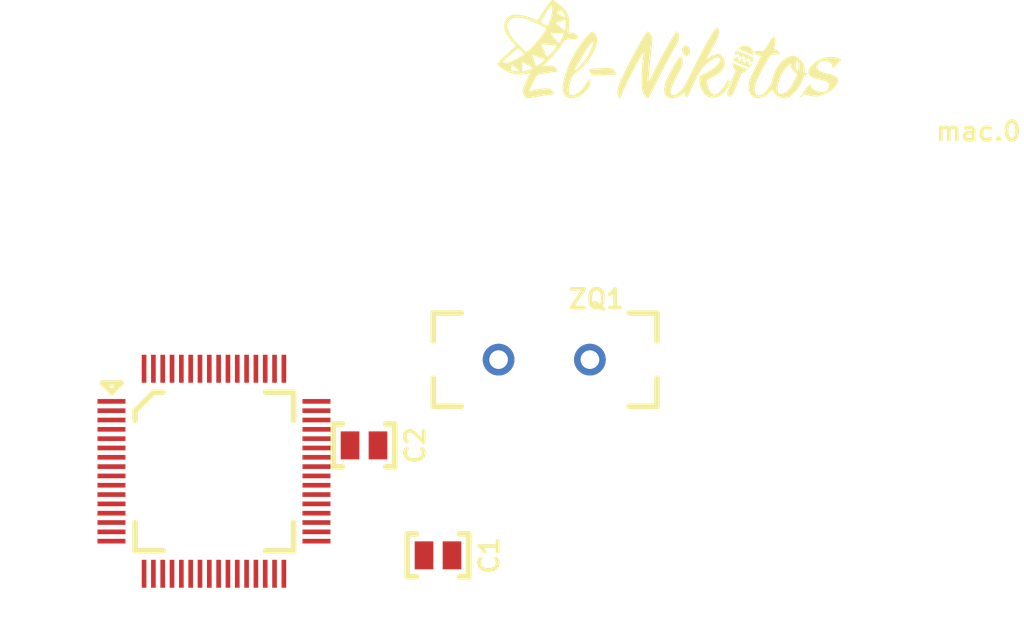
<source format=kicad_pcb>
(kicad_pcb (version 20171130) (host pcbnew "(5.0.0-3-g5ebb6b6)")

  (general
    (thickness 1.6)
    (drawings 1)
    (tracks 0)
    (zones 0)
    (modules 5)
    (nets 66)
  )

  (page A4)
  (layers
    (0 F.Cu signal)
    (31 B.Cu signal)
    (32 B.Adhes user)
    (33 F.Adhes user)
    (34 B.Paste user)
    (35 F.Paste user)
    (36 B.SilkS user)
    (37 F.SilkS user)
    (38 B.Mask user)
    (39 F.Mask user)
    (40 Dwgs.User user)
    (41 Cmts.User user)
    (42 Eco1.User user)
    (43 Eco2.User user)
    (44 Edge.Cuts user)
    (45 Margin user)
    (46 B.CrtYd user)
    (47 F.CrtYd user)
    (48 B.Fab user)
    (49 F.Fab user)
  )

  (setup
    (last_trace_width 0.25)
    (trace_clearance 0.2)
    (zone_clearance 0.508)
    (zone_45_only no)
    (trace_min 0.2)
    (segment_width 0.2)
    (edge_width 0.15)
    (via_size 0.8)
    (via_drill 0.4)
    (via_min_size 0.4)
    (via_min_drill 0.3)
    (uvia_size 0.3)
    (uvia_drill 0.1)
    (uvias_allowed no)
    (uvia_min_size 0.2)
    (uvia_min_drill 0.1)
    (pcb_text_width 0.3)
    (pcb_text_size 1.5 1.5)
    (mod_edge_width 0.15)
    (mod_text_size 1 1)
    (mod_text_width 0.15)
    (pad_size 1.524 1.524)
    (pad_drill 0.762)
    (pad_to_mask_clearance 0.2)
    (aux_axis_origin 0 0)
    (visible_elements FFFFFF7F)
    (pcbplotparams
      (layerselection 0x010fc_ffffffff)
      (usegerberextensions false)
      (usegerberattributes false)
      (usegerberadvancedattributes false)
      (creategerberjobfile false)
      (excludeedgelayer true)
      (linewidth 0.100000)
      (plotframeref false)
      (viasonmask false)
      (mode 1)
      (useauxorigin false)
      (hpglpennumber 1)
      (hpglpenspeed 20)
      (hpglpendiameter 15.000000)
      (psnegative false)
      (psa4output false)
      (plotreference true)
      (plotvalue true)
      (plotinvisibletext false)
      (padsonsilk false)
      (subtractmaskfromsilk false)
      (outputformat 1)
      (mirror false)
      (drillshape 1)
      (scaleselection 1)
      (outputdirectory ""))
  )

  (net 0 "")
  (net 1 "Net-(C1-Pad1)")
  (net 2 "Net-(C2-Pad1)")
  (net 3 "Net-(DD1-Pad1)")
  (net 4 "Net-(DD1-Pad48)")
  (net 5 "Net-(DD1-Pad2)")
  (net 6 "Net-(DD1-Pad47)")
  (net 7 "Net-(DD1-Pad3)")
  (net 8 "Net-(DD1-Pad46)")
  (net 9 "Net-(DD1-Pad4)")
  (net 10 "Net-(DD1-Pad45)")
  (net 11 "Net-(DD1-Pad5)")
  (net 12 "Net-(DD1-Pad44)")
  (net 13 "Net-(DD1-Pad6)")
  (net 14 "Net-(DD1-Pad43)")
  (net 15 "Net-(DD1-Pad7)")
  (net 16 "Net-(DD1-Pad42)")
  (net 17 "Net-(DD1-Pad8)")
  (net 18 "Net-(DD1-Pad41)")
  (net 19 "Net-(DD1-Pad9)")
  (net 20 "Net-(DD1-Pad40)")
  (net 21 "Net-(DD1-Pad10)")
  (net 22 "Net-(DD1-Pad39)")
  (net 23 "Net-(DD1-Pad11)")
  (net 24 "Net-(DD1-Pad38)")
  (net 25 "Net-(DD1-Pad12)")
  (net 26 "Net-(DD1-Pad37)")
  (net 27 "Net-(DD1-Pad13)")
  (net 28 "Net-(DD1-Pad36)")
  (net 29 "Net-(DD1-Pad14)")
  (net 30 "Net-(DD1-Pad35)")
  (net 31 "Net-(DD1-Pad15)")
  (net 32 "Net-(DD1-Pad34)")
  (net 33 "Net-(DD1-Pad16)")
  (net 34 "Net-(DD1-Pad33)")
  (net 35 "Net-(DD1-Pad17)")
  (net 36 "Net-(DD1-Pad18)")
  (net 37 "Net-(DD1-Pad21)")
  (net 38 "Net-(DD1-Pad22)")
  (net 39 "Net-(DD1-Pad23)")
  (net 40 "Net-(DD1-Pad24)")
  (net 41 "Net-(DD1-Pad25)")
  (net 42 "Net-(DD1-Pad26)")
  (net 43 "Net-(DD1-Pad27)")
  (net 44 "Net-(DD1-Pad28)")
  (net 45 "Net-(DD1-Pad29)")
  (net 46 "Net-(DD1-Pad30)")
  (net 47 "Net-(DD1-Pad31)")
  (net 48 "Net-(DD1-Pad32)")
  (net 49 "Net-(DD1-Pad64)")
  (net 50 "Net-(DD1-Pad63)")
  (net 51 "Net-(DD1-Pad62)")
  (net 52 "Net-(DD1-Pad61)")
  (net 53 "Net-(DD1-Pad60)")
  (net 54 "Net-(DD1-Pad59)")
  (net 55 "Net-(DD1-Pad58)")
  (net 56 "Net-(DD1-Pad57)")
  (net 57 "Net-(DD1-Pad56)")
  (net 58 "Net-(DD1-Pad55)")
  (net 59 "Net-(DD1-Pad54)")
  (net 60 "Net-(DD1-Pad53)")
  (net 61 "Net-(DD1-Pad52)")
  (net 62 "Net-(DD1-Pad51)")
  (net 63 "Net-(DD1-Pad50)")
  (net 64 "Net-(DD1-Pad49)")
  (net 65 /GND)

  (net_class Default "Это класс цепей по умолчанию."
    (clearance 0.2)
    (trace_width 0.25)
    (via_dia 0.8)
    (via_drill 0.4)
    (uvia_dia 0.3)
    (uvia_drill 0.1)
    (add_net /GND)
    (add_net "Net-(C1-Pad1)")
    (add_net "Net-(C2-Pad1)")
    (add_net "Net-(DD1-Pad1)")
    (add_net "Net-(DD1-Pad10)")
    (add_net "Net-(DD1-Pad11)")
    (add_net "Net-(DD1-Pad12)")
    (add_net "Net-(DD1-Pad13)")
    (add_net "Net-(DD1-Pad14)")
    (add_net "Net-(DD1-Pad15)")
    (add_net "Net-(DD1-Pad16)")
    (add_net "Net-(DD1-Pad17)")
    (add_net "Net-(DD1-Pad18)")
    (add_net "Net-(DD1-Pad2)")
    (add_net "Net-(DD1-Pad21)")
    (add_net "Net-(DD1-Pad22)")
    (add_net "Net-(DD1-Pad23)")
    (add_net "Net-(DD1-Pad24)")
    (add_net "Net-(DD1-Pad25)")
    (add_net "Net-(DD1-Pad26)")
    (add_net "Net-(DD1-Pad27)")
    (add_net "Net-(DD1-Pad28)")
    (add_net "Net-(DD1-Pad29)")
    (add_net "Net-(DD1-Pad3)")
    (add_net "Net-(DD1-Pad30)")
    (add_net "Net-(DD1-Pad31)")
    (add_net "Net-(DD1-Pad32)")
    (add_net "Net-(DD1-Pad33)")
    (add_net "Net-(DD1-Pad34)")
    (add_net "Net-(DD1-Pad35)")
    (add_net "Net-(DD1-Pad36)")
    (add_net "Net-(DD1-Pad37)")
    (add_net "Net-(DD1-Pad38)")
    (add_net "Net-(DD1-Pad39)")
    (add_net "Net-(DD1-Pad4)")
    (add_net "Net-(DD1-Pad40)")
    (add_net "Net-(DD1-Pad41)")
    (add_net "Net-(DD1-Pad42)")
    (add_net "Net-(DD1-Pad43)")
    (add_net "Net-(DD1-Pad44)")
    (add_net "Net-(DD1-Pad45)")
    (add_net "Net-(DD1-Pad46)")
    (add_net "Net-(DD1-Pad47)")
    (add_net "Net-(DD1-Pad48)")
    (add_net "Net-(DD1-Pad49)")
    (add_net "Net-(DD1-Pad5)")
    (add_net "Net-(DD1-Pad50)")
    (add_net "Net-(DD1-Pad51)")
    (add_net "Net-(DD1-Pad52)")
    (add_net "Net-(DD1-Pad53)")
    (add_net "Net-(DD1-Pad54)")
    (add_net "Net-(DD1-Pad55)")
    (add_net "Net-(DD1-Pad56)")
    (add_net "Net-(DD1-Pad57)")
    (add_net "Net-(DD1-Pad58)")
    (add_net "Net-(DD1-Pad59)")
    (add_net "Net-(DD1-Pad6)")
    (add_net "Net-(DD1-Pad60)")
    (add_net "Net-(DD1-Pad61)")
    (add_net "Net-(DD1-Pad62)")
    (add_net "Net-(DD1-Pad63)")
    (add_net "Net-(DD1-Pad64)")
    (add_net "Net-(DD1-Pad7)")
    (add_net "Net-(DD1-Pad8)")
    (add_net "Net-(DD1-Pad9)")
  )

  (module N_RLC:Конденсатор_SMD_0603 (layer F.Cu) (tedit 5C28FDED) (tstamp 5C2FF8B7)
    (at 127.75 77.75)
    (path /5C2FF876)
    (fp_text reference C1 (at 3.5 0 -90) (layer F.SilkS)
      (effects (font (size 1 1) (thickness 0.2)))
    )
    (fp_text value 12пФ (at 0.1524 2.5146) (layer F.Fab)
      (effects (font (size 1 1) (thickness 0.15)))
    )
    (fp_line (start 2.4 -0.7) (end 2.4 0.7) (layer F.SilkS) (width 0.3))
    (fp_line (start -0.9 -0.7) (end -0.9 0.7) (layer F.SilkS) (width 0.3))
    (fp_line (start -0.9 -1.15) (end -0.4 -1.15) (layer F.SilkS) (width 0.3))
    (fp_line (start -0.9 -1.15) (end -0.9 -0.65) (layer F.SilkS) (width 0.3))
    (fp_line (start -0.9 1.15) (end -0.4 1.15) (layer F.SilkS) (width 0.3))
    (fp_line (start -0.9 1.15) (end -0.9 0.65) (layer F.SilkS) (width 0.3))
    (fp_line (start 2.4 -1.15) (end 2.4 -0.65) (layer F.SilkS) (width 0.3))
    (fp_line (start 2.4 -1.15) (end 1.9 -1.15) (layer F.SilkS) (width 0.3))
    (fp_line (start 2.4 1.15) (end 1.9 1.15) (layer F.SilkS) (width 0.3))
    (fp_line (start 2.4 1.15) (end 2.4 0.75) (layer F.SilkS) (width 0.3))
    (pad 1 smd rect (at 0 0) (size 1 1.5) (layers F.Cu F.Paste F.Mask)
      (net 1 "Net-(C1-Pad1)") (clearance 0.2))
    (pad 2 smd rect (at 1.5 0) (size 1 1.5) (layers F.Cu F.Paste F.Mask)
      (net 65 /GND) (clearance 0.2))
    (model ${N_3D}/CAP_0603.stp
      (offset (xyz 0 -0.5 0))
      (scale (xyz 1 1 1))
      (rotate (xyz 0 90 90))
    )
  )

  (module N_RLC:Конденсатор_SMD_0603 (layer F.Cu) (tedit 5C28FDED) (tstamp 5C2FF8C7)
    (at 123.780001 71.850001)
    (path /5C2FF954)
    (fp_text reference C2 (at 3.5 0 -90) (layer F.SilkS)
      (effects (font (size 1 1) (thickness 0.2)))
    )
    (fp_text value 12пФ (at 0.1524 2.5146) (layer F.Fab)
      (effects (font (size 1 1) (thickness 0.15)))
    )
    (fp_line (start 2.4 1.15) (end 2.4 0.75) (layer F.SilkS) (width 0.3))
    (fp_line (start 2.4 1.15) (end 1.9 1.15) (layer F.SilkS) (width 0.3))
    (fp_line (start 2.4 -1.15) (end 1.9 -1.15) (layer F.SilkS) (width 0.3))
    (fp_line (start 2.4 -1.15) (end 2.4 -0.65) (layer F.SilkS) (width 0.3))
    (fp_line (start -0.9 1.15) (end -0.9 0.65) (layer F.SilkS) (width 0.3))
    (fp_line (start -0.9 1.15) (end -0.4 1.15) (layer F.SilkS) (width 0.3))
    (fp_line (start -0.9 -1.15) (end -0.9 -0.65) (layer F.SilkS) (width 0.3))
    (fp_line (start -0.9 -1.15) (end -0.4 -1.15) (layer F.SilkS) (width 0.3))
    (fp_line (start -0.9 -0.7) (end -0.9 0.7) (layer F.SilkS) (width 0.3))
    (fp_line (start 2.4 -0.7) (end 2.4 0.7) (layer F.SilkS) (width 0.3))
    (pad 2 smd rect (at 1.5 0) (size 1 1.5) (layers F.Cu F.Paste F.Mask)
      (net 65 /GND) (clearance 0.2))
    (pad 1 smd rect (at 0 0) (size 1 1.5) (layers F.Cu F.Paste F.Mask)
      (net 2 "Net-(C2-Pad1)") (clearance 0.2))
    (model ${N_3D}/CAP_0603.stp
      (offset (xyz 0 -0.5 0))
      (scale (xyz 1 1 1))
      (rotate (xyz 0 90 90))
    )
  )

  (module N_DD:Микросхема_1986ВЕ92QL (layer F.Cu) (tedit 5C07F6EA) (tstamp 5C2FF918)
    (at 105.25 65.5)
    (path /5C2FF570)
    (fp_text reference DD1 (at 26.65 4.75) (layer F.SilkS) hide
      (effects (font (size 1 1) (thickness 0.15)))
    )
    (fp_text value 1986ВЕ92QL (at 21.55 17.35) (layer F.SilkS) hide
      (effects (font (size 0.8 0.8) (thickness 0.15)))
    )
    (fp_line (start 5.75 3.5) (end 5.25 3) (layer F.SilkS) (width 0.3))
    (fp_line (start 5.25 3) (end 6 3) (layer F.SilkS) (width 0.3))
    (fp_line (start 6 3) (end 6.25 3) (layer F.SilkS) (width 0.3))
    (fp_line (start 6.25 3) (end 5.75 3.5) (layer F.SilkS) (width 0.3))
    (fp_line (start 7 4.5) (end 8 3.5) (layer F.SilkS) (width 0.3))
    (fp_line (start 8 3.5) (end 8.5 3.5) (layer F.SilkS) (width 0.3))
    (fp_line (start 7 4.5) (end 7 5) (layer F.SilkS) (width 0.3))
    (fp_line (start 15.5 3.5) (end 14 3.5) (layer F.SilkS) (width 0.3))
    (fp_line (start 15.5 3.5) (end 15.5 5) (layer F.SilkS) (width 0.3))
    (fp_line (start 15.5 12) (end 15.5 10.5) (layer F.SilkS) (width 0.3))
    (fp_line (start 15.5 12) (end 14 12) (layer F.SilkS) (width 0.3))
    (fp_line (start 7 12) (end 8.5 12) (layer F.SilkS) (width 0.3))
    (fp_line (start 7 12) (end 7 10.5) (layer F.SilkS) (width 0.3))
    (pad 1 smd rect (at 5.73 3.99) (size 1.5 0.25) (layers F.Cu F.Paste F.Mask)
      (net 3 "Net-(DD1-Pad1)"))
    (pad 48 smd rect (at 16.73 3.99) (size 1.5 0.25) (layers F.Cu F.Paste F.Mask)
      (net 4 "Net-(DD1-Pad48)"))
    (pad 2 smd rect (at 5.73 4.49) (size 1.5 0.25) (layers F.Cu F.Paste F.Mask)
      (net 5 "Net-(DD1-Pad2)"))
    (pad 47 smd rect (at 16.73 4.49) (size 1.5 0.25) (layers F.Cu F.Paste F.Mask)
      (net 6 "Net-(DD1-Pad47)"))
    (pad 3 smd rect (at 5.73 4.99) (size 1.5 0.25) (layers F.Cu F.Paste F.Mask)
      (net 7 "Net-(DD1-Pad3)"))
    (pad 46 smd rect (at 16.73 4.99) (size 1.5 0.25) (layers F.Cu F.Paste F.Mask)
      (net 8 "Net-(DD1-Pad46)"))
    (pad 4 smd rect (at 5.73 5.49) (size 1.5 0.25) (layers F.Cu F.Paste F.Mask)
      (net 9 "Net-(DD1-Pad4)"))
    (pad 45 smd rect (at 16.73 5.49) (size 1.5 0.25) (layers F.Cu F.Paste F.Mask)
      (net 10 "Net-(DD1-Pad45)"))
    (pad 5 smd rect (at 5.73 5.99) (size 1.5 0.25) (layers F.Cu F.Paste F.Mask)
      (net 11 "Net-(DD1-Pad5)"))
    (pad 44 smd rect (at 16.73 5.99) (size 1.5 0.25) (layers F.Cu F.Paste F.Mask)
      (net 12 "Net-(DD1-Pad44)"))
    (pad 6 smd rect (at 5.73 6.49) (size 1.5 0.25) (layers F.Cu F.Paste F.Mask)
      (net 13 "Net-(DD1-Pad6)"))
    (pad 43 smd rect (at 16.73 6.49) (size 1.5 0.25) (layers F.Cu F.Paste F.Mask)
      (net 14 "Net-(DD1-Pad43)"))
    (pad 7 smd rect (at 5.73 6.99) (size 1.5 0.25) (layers F.Cu F.Paste F.Mask)
      (net 15 "Net-(DD1-Pad7)"))
    (pad 42 smd rect (at 16.73 6.99) (size 1.5 0.25) (layers F.Cu F.Paste F.Mask)
      (net 16 "Net-(DD1-Pad42)"))
    (pad 8 smd rect (at 5.73 7.49) (size 1.5 0.25) (layers F.Cu F.Paste F.Mask)
      (net 17 "Net-(DD1-Pad8)"))
    (pad 41 smd rect (at 16.73 7.49) (size 1.5 0.25) (layers F.Cu F.Paste F.Mask)
      (net 18 "Net-(DD1-Pad41)"))
    (pad 9 smd rect (at 5.73 7.99) (size 1.5 0.25) (layers F.Cu F.Paste F.Mask)
      (net 19 "Net-(DD1-Pad9)"))
    (pad 40 smd rect (at 16.73 7.99) (size 1.5 0.25) (layers F.Cu F.Paste F.Mask)
      (net 20 "Net-(DD1-Pad40)"))
    (pad 10 smd rect (at 5.73 8.49) (size 1.5 0.25) (layers F.Cu F.Paste F.Mask)
      (net 21 "Net-(DD1-Pad10)"))
    (pad 39 smd rect (at 16.73 8.49) (size 1.5 0.25) (layers F.Cu F.Paste F.Mask)
      (net 22 "Net-(DD1-Pad39)"))
    (pad 11 smd rect (at 5.73 8.99) (size 1.5 0.25) (layers F.Cu F.Paste F.Mask)
      (net 23 "Net-(DD1-Pad11)"))
    (pad 38 smd rect (at 16.73 8.99) (size 1.5 0.25) (layers F.Cu F.Paste F.Mask)
      (net 24 "Net-(DD1-Pad38)"))
    (pad 12 smd rect (at 5.73 9.49) (size 1.5 0.25) (layers F.Cu F.Paste F.Mask)
      (net 25 "Net-(DD1-Pad12)"))
    (pad 37 smd rect (at 16.73 9.49) (size 1.5 0.25) (layers F.Cu F.Paste F.Mask)
      (net 26 "Net-(DD1-Pad37)"))
    (pad 13 smd rect (at 5.73 9.99) (size 1.5 0.25) (layers F.Cu F.Paste F.Mask)
      (net 27 "Net-(DD1-Pad13)"))
    (pad 36 smd rect (at 16.73 9.99) (size 1.5 0.25) (layers F.Cu F.Paste F.Mask)
      (net 28 "Net-(DD1-Pad36)"))
    (pad 14 smd rect (at 5.73 10.49) (size 1.5 0.25) (layers F.Cu F.Paste F.Mask)
      (net 29 "Net-(DD1-Pad14)"))
    (pad 35 smd rect (at 16.73 10.49) (size 1.5 0.25) (layers F.Cu F.Paste F.Mask)
      (net 30 "Net-(DD1-Pad35)"))
    (pad 15 smd rect (at 5.73 10.99) (size 1.5 0.25) (layers F.Cu F.Paste F.Mask)
      (net 31 "Net-(DD1-Pad15)"))
    (pad 34 smd rect (at 16.73 10.99) (size 1.5 0.25) (layers F.Cu F.Paste F.Mask)
      (net 32 "Net-(DD1-Pad34)"))
    (pad 16 smd rect (at 5.73 11.49) (size 1.5 0.25) (layers F.Cu F.Paste F.Mask)
      (net 33 "Net-(DD1-Pad16)"))
    (pad 33 smd rect (at 16.73 11.49) (size 1.5 0.25) (layers F.Cu F.Paste F.Mask)
      (net 34 "Net-(DD1-Pad33)"))
    (pad 17 smd rect (at 7.48 13.24) (size 0.25 1.5) (layers F.Cu F.Paste F.Mask)
      (net 35 "Net-(DD1-Pad17)"))
    (pad 18 smd rect (at 7.98 13.24) (size 0.25 1.5) (layers F.Cu F.Paste F.Mask)
      (net 36 "Net-(DD1-Pad18)"))
    (pad 19 smd rect (at 8.48 13.24) (size 0.25 1.5) (layers F.Cu F.Paste F.Mask)
      (net 1 "Net-(C1-Pad1)"))
    (pad 20 smd rect (at 8.98 13.24) (size 0.25 1.5) (layers F.Cu F.Paste F.Mask)
      (net 2 "Net-(C2-Pad1)"))
    (pad 21 smd rect (at 9.48 13.24) (size 0.25 1.5) (layers F.Cu F.Paste F.Mask)
      (net 37 "Net-(DD1-Pad21)"))
    (pad 22 smd rect (at 9.98 13.24) (size 0.25 1.5) (layers F.Cu F.Paste F.Mask)
      (net 38 "Net-(DD1-Pad22)"))
    (pad 23 smd rect (at 10.48 13.24) (size 0.25 1.5) (layers F.Cu F.Paste F.Mask)
      (net 39 "Net-(DD1-Pad23)"))
    (pad 24 smd rect (at 10.98 13.24) (size 0.25 1.5) (layers F.Cu F.Paste F.Mask)
      (net 40 "Net-(DD1-Pad24)"))
    (pad 25 smd rect (at 11.48 13.24) (size 0.25 1.5) (layers F.Cu F.Paste F.Mask)
      (net 41 "Net-(DD1-Pad25)"))
    (pad 26 smd rect (at 11.98 13.24) (size 0.25 1.5) (layers F.Cu F.Paste F.Mask)
      (net 42 "Net-(DD1-Pad26)"))
    (pad 27 smd rect (at 12.48 13.24) (size 0.25 1.5) (layers F.Cu F.Paste F.Mask)
      (net 43 "Net-(DD1-Pad27)"))
    (pad 28 smd rect (at 12.98 13.24) (size 0.25 1.5) (layers F.Cu F.Paste F.Mask)
      (net 44 "Net-(DD1-Pad28)"))
    (pad 29 smd rect (at 13.48 13.24) (size 0.25 1.5) (layers F.Cu F.Paste F.Mask)
      (net 45 "Net-(DD1-Pad29)"))
    (pad 30 smd rect (at 13.98 13.24) (size 0.25 1.5) (layers F.Cu F.Paste F.Mask)
      (net 46 "Net-(DD1-Pad30)"))
    (pad 31 smd rect (at 14.48 13.24) (size 0.25 1.5) (layers F.Cu F.Paste F.Mask)
      (net 47 "Net-(DD1-Pad31)"))
    (pad 32 smd rect (at 14.98 13.24) (size 0.25 1.5) (layers F.Cu F.Paste F.Mask)
      (net 48 "Net-(DD1-Pad32)"))
    (pad 64 smd rect (at 7.48 2.24) (size 0.25 1.5) (layers F.Cu F.Paste F.Mask)
      (net 49 "Net-(DD1-Pad64)"))
    (pad 63 smd rect (at 7.98 2.24) (size 0.25 1.5) (layers F.Cu F.Paste F.Mask)
      (net 50 "Net-(DD1-Pad63)"))
    (pad 62 smd rect (at 8.48 2.24) (size 0.25 1.5) (layers F.Cu F.Paste F.Mask)
      (net 51 "Net-(DD1-Pad62)"))
    (pad 61 smd rect (at 8.98 2.24) (size 0.25 1.5) (layers F.Cu F.Paste F.Mask)
      (net 52 "Net-(DD1-Pad61)"))
    (pad 60 smd rect (at 9.48 2.24) (size 0.25 1.5) (layers F.Cu F.Paste F.Mask)
      (net 53 "Net-(DD1-Pad60)"))
    (pad 59 smd rect (at 9.98 2.24) (size 0.25 1.5) (layers F.Cu F.Paste F.Mask)
      (net 54 "Net-(DD1-Pad59)"))
    (pad 58 smd rect (at 10.48 2.24) (size 0.25 1.5) (layers F.Cu F.Paste F.Mask)
      (net 55 "Net-(DD1-Pad58)"))
    (pad 57 smd rect (at 10.98 2.24) (size 0.25 1.5) (layers F.Cu F.Paste F.Mask)
      (net 56 "Net-(DD1-Pad57)"))
    (pad 56 smd rect (at 11.48 2.24) (size 0.25 1.5) (layers F.Cu F.Paste F.Mask)
      (net 57 "Net-(DD1-Pad56)"))
    (pad 55 smd rect (at 11.98 2.24) (size 0.25 1.5) (layers F.Cu F.Paste F.Mask)
      (net 58 "Net-(DD1-Pad55)"))
    (pad 54 smd rect (at 12.48 2.24) (size 0.25 1.5) (layers F.Cu F.Paste F.Mask)
      (net 59 "Net-(DD1-Pad54)"))
    (pad 53 smd rect (at 12.98 2.24) (size 0.25 1.5) (layers F.Cu F.Paste F.Mask)
      (net 60 "Net-(DD1-Pad53)"))
    (pad 52 smd rect (at 13.48 2.24) (size 0.25 1.5) (layers F.Cu F.Paste F.Mask)
      (net 61 "Net-(DD1-Pad52)"))
    (pad 51 smd rect (at 13.98 2.24) (size 0.25 1.5) (layers F.Cu F.Paste F.Mask)
      (net 62 "Net-(DD1-Pad51)"))
    (pad 50 smd rect (at 14.48 2.24) (size 0.25 1.5) (layers F.Cu F.Paste F.Mask)
      (net 63 "Net-(DD1-Pad50)"))
    (pad 49 smd rect (at 14.98 2.24) (size 0.25 1.5) (layers F.Cu F.Paste F.Mask)
      (net 64 "Net-(DD1-Pad49)"))
    (model ${N_3D}/LQFP-64-1.STEP
      (offset (xyz 11.25 -7.75 0))
      (scale (xyz 1 1 1))
      (rotate (xyz -90 0 -90))
    )
  )

  (module "N_RLC:Резонатор_РК456МДУ(DIP)" (layer F.Cu) (tedit 5C2FF96B) (tstamp 5C2FFBB4)
    (at 131.75 67.25)
    (path /5C2FF68C)
    (fp_text reference ZQ1 (at 5.25 -3.25 180) (layer F.SilkS)
      (effects (font (size 1 1) (thickness 0.2)))
    )
    (fp_text value 16М (at 2.7 3.5) (layer F.Fab)
      (effects (font (size 1 1) (thickness 0.15)))
    )
    (fp_line (start -3.5 -2.5) (end -2 -2.5) (layer F.SilkS) (width 0.3))
    (fp_line (start -3.5 -2.5) (end -3.5 -1) (layer F.SilkS) (width 0.3))
    (fp_line (start -3.5 2.5) (end -3.5 1) (layer F.SilkS) (width 0.3))
    (fp_line (start -3.5 2.5) (end -2 2.5) (layer F.SilkS) (width 0.3))
    (fp_line (start 8.5 2.5) (end 7 2.5) (layer F.SilkS) (width 0.3))
    (fp_line (start 8.5 -2.5) (end 7 -2.5) (layer F.SilkS) (width 0.3))
    (fp_line (start 8.5 -2.5) (end 8.5 -1) (layer F.SilkS) (width 0.3))
    (fp_line (start 8.5 2.5) (end 8.5 1) (layer F.SilkS) (width 0.3))
    (pad 2 thru_hole circle (at 4.9 0) (size 1.7 1.7) (drill 1) (layers *.Cu *.Mask)
      (net 2 "Net-(C2-Pad1)"))
    (pad 1 thru_hole circle (at 0 0) (size 1.7 1.7) (drill 1) (layers *.Cu *.Mask)
      (net 1 "Net-(C1-Pad1)"))
    (model ${N_3D}/Rezonator_RK456MDY.stp
      (offset (xyz -3.048 -2.413 0.254))
      (scale (xyz 1 1 1))
      (rotate (xyz 0 0 0))
    )
  )

  (module N_ICO:el-nikitos_19x7 (layer F.Cu) (tedit 0) (tstamp 5C300989)
    (at 141.25 51)
    (fp_text reference G*** (at 0 0) (layer F.SilkS) hide
      (effects (font (size 1.524 1.524) (thickness 0.3)))
    )
    (fp_text value LOGO (at 0.75 0) (layer F.SilkS) hide
      (effects (font (size 1.524 1.524) (thickness 0.3)))
    )
    (fp_poly (pts (xy 3.885038 -0.579959) (xy 4.000004 -0.512441) (xy 4.089015 -0.396052) (xy 4.108207 -0.357997)
      (xy 4.149711 -0.254597) (xy 4.172803 -0.167081) (xy 4.175441 -0.107117) (xy 4.155723 -0.086361)
      (xy 4.121235 -0.098748) (xy 4.051547 -0.129516) (xy 3.965223 -0.170336) (xy 3.851987 -0.222925)
      (xy 3.714886 -0.283149) (xy 3.582732 -0.338366) (xy 3.577137 -0.340621) (xy 3.479504 -0.383464)
      (xy 3.408419 -0.421567) (xy 3.37503 -0.44866) (xy 3.374441 -0.454605) (xy 3.422339 -0.496066)
      (xy 3.505826 -0.539231) (xy 3.604893 -0.576038) (xy 3.699536 -0.598426) (xy 3.739445 -0.601694)
      (xy 3.885038 -0.579959)) (layer F.SilkS) (width 0.01))
    (fp_poly (pts (xy 0.637563 -0.579472) (xy 0.71817 -0.497171) (xy 0.76584 -0.387877) (xy 0.778286 -0.268682)
      (xy 0.753221 -0.156678) (xy 0.703982 -0.083093) (xy 0.626187 -0.034966) (xy 0.543535 -0.042418)
      (xy 0.454527 -0.105602) (xy 0.45146 -0.108643) (xy 0.386005 -0.200052) (xy 0.354094 -0.300906)
      (xy 0.351937 -0.401614) (xy 0.375743 -0.492586) (xy 0.421721 -0.564231) (xy 0.486081 -0.60696)
      (xy 0.565032 -0.611183) (xy 0.637563 -0.579472)) (layer F.SilkS) (width 0.01))
    (fp_poly (pts (xy 3.298935 -0.328889) (xy 3.373367 -0.299838) (xy 3.481842 -0.255703) (xy 3.615454 -0.200093)
      (xy 3.732389 -0.150653) (xy 3.894489 -0.081129) (xy 4.011651 -0.028836) (xy 4.091113 0.010529)
      (xy 4.140112 0.041272) (xy 4.165886 0.067694) (xy 4.175673 0.0941) (xy 4.176889 0.11366)
      (xy 4.149437 0.201786) (xy 4.068964 0.277871) (xy 4.046358 0.291528) (xy 4.018919 0.278708)
      (xy 3.989513 0.216373) (xy 3.979182 0.182902) (xy 3.943759 0.056385) (xy 3.852382 0.112859)
      (xy 3.790204 0.149322) (xy 3.751327 0.168482) (xy 3.747636 0.169333) (xy 3.732169 0.145071)
      (xy 3.709189 0.084122) (xy 3.699906 0.054643) (xy 3.665544 -0.060046) (xy 3.564058 -0.000168)
      (xy 3.485393 0.03485) (xy 3.438343 0.024491) (xy 3.417542 -0.033978) (xy 3.415321 -0.075946)
      (xy 3.403136 -0.136448) (xy 3.364222 -0.153403) (xy 3.293307 -0.127996) (xy 3.261834 -0.110428)
      (xy 3.160889 -0.050869) (xy 3.160889 -0.111503) (xy 3.172105 -0.172267) (xy 3.199318 -0.244067)
      (xy 3.23288 -0.30628) (xy 3.26314 -0.338283) (xy 3.267447 -0.339243) (xy 3.298935 -0.328889)) (layer F.SilkS) (width 0.01))
    (fp_poly (pts (xy 3.326613 0.024603) (xy 3.343484 0.085193) (xy 3.346254 0.099089) (xy 3.369329 0.182024)
      (xy 3.403409 0.213035) (xy 3.457912 0.196619) (xy 3.49705 0.171118) (xy 3.554798 0.132466)
      (xy 3.590183 0.113333) (xy 3.592494 0.112889) (xy 3.606136 0.137449) (xy 3.621982 0.197842)
      (xy 3.624508 0.210676) (xy 3.646874 0.291716) (xy 3.6814 0.32284) (xy 3.739818 0.309026)
      (xy 3.791038 0.281345) (xy 3.889299 0.22337) (xy 3.908575 0.337462) (xy 3.928111 0.416987)
      (xy 3.958459 0.447233) (xy 4.011233 0.435358) (xy 4.042256 0.419866) (xy 4.101468 0.388177)
      (xy 4.047198 0.481101) (xy 4.00517 0.543231) (xy 3.970189 0.578827) (xy 3.964964 0.581204)
      (xy 3.928984 0.57364) (xy 3.853252 0.547599) (xy 3.749648 0.507415) (xy 3.654778 0.468041)
      (xy 3.460292 0.38474) (xy 3.311927 0.31995) (xy 3.203692 0.270492) (xy 3.129598 0.233187)
      (xy 3.083655 0.204854) (xy 3.059873 0.182315) (xy 3.052263 0.16239) (xy 3.05326 0.148754)
      (xy 3.067313 0.113392) (xy 3.076609 0.112496) (xy 3.106585 0.107575) (xy 3.165616 0.078932)
      (xy 3.192443 0.063107) (xy 3.259062 0.024132) (xy 3.303881 0.001947) (xy 3.311108 0)
      (xy 3.326613 0.024603)) (layer F.SilkS) (width 0.01))
    (fp_poly (pts (xy -3.543912 0.60555) (xy -3.481418 0.613211) (xy -3.432333 0.625862) (xy -3.431695 0.626077)
      (xy -3.311499 0.694526) (xy -3.229351 0.802146) (xy -3.202474 0.877807) (xy -3.185069 0.95128)
      (xy -3.546923 0.969631) (xy -3.709014 0.978134) (xy -3.874037 0.987271) (xy -4.021419 0.995876)
      (xy -4.120444 1.002101) (xy -4.275071 1.004685) (xy -4.394964 0.990759) (xy -4.429911 0.980832)
      (xy -4.509231 0.933277) (xy -4.583676 0.858451) (xy -4.637881 0.774927) (xy -4.656666 0.706753)
      (xy -4.65069 0.690182) (xy -4.628073 0.676703) (xy -4.581784 0.665279) (xy -4.504792 0.654871)
      (xy -4.390066 0.644439) (xy -4.230575 0.632944) (xy -4.099277 0.624392) (xy -3.897498 0.612303)
      (xy -3.743388 0.605118) (xy -3.62838 0.60286) (xy -3.543912 0.60555)) (layer F.SilkS) (width 0.01))
    (fp_poly (pts (xy 3.083876 0.357122) (xy 3.157783 0.381945) (xy 3.26615 0.423789) (xy 3.400599 0.479302)
      (xy 3.552753 0.54513) (xy 3.706607 0.614413) (xy 3.871325 0.690044) (xy 3.791833 0.753429)
      (xy 3.714697 0.802391) (xy 3.638215 0.833077) (xy 3.636121 0.833554) (xy 3.570221 0.857524)
      (xy 3.534378 0.883758) (xy 3.516757 0.919137) (xy 3.482158 0.998794) (xy 3.434036 1.114391)
      (xy 3.375849 1.257592) (xy 3.311053 1.420058) (xy 3.292319 1.467555) (xy 3.216613 1.65982)
      (xy 3.158312 1.806377) (xy 3.114052 1.914005) (xy 3.080469 1.98948) (xy 3.0542 2.039579)
      (xy 3.03188 2.071081) (xy 3.010146 2.090763) (xy 2.985634 2.105401) (xy 2.972245 2.112442)
      (xy 2.920406 2.138093) (xy 2.887387 2.138566) (xy 2.843487 2.111488) (xy 2.828502 2.100955)
      (xy 2.775255 2.031326) (xy 2.765778 1.974662) (xy 2.775905 1.924559) (xy 2.804216 1.831191)
      (xy 2.847608 1.703567) (xy 2.902981 1.550699) (xy 2.967229 1.381597) (xy 2.990284 1.322666)
      (xy 3.21479 0.75303) (xy 3.162803 0.679904) (xy 3.126728 0.615856) (xy 3.091851 0.533158)
      (xy 3.06417 0.449647) (xy 3.04968 0.383157) (xy 3.052806 0.352676) (xy 3.083876 0.357122)) (layer F.SilkS) (width 0.01))
    (fp_poly (pts (xy 8.554002 0.029153) (xy 8.728217 0.065697) (xy 8.805454 0.090814) (xy 8.851866 0.115709)
      (xy 8.865851 0.14799) (xy 8.845811 0.195262) (xy 8.790145 0.265132) (xy 8.697254 0.365206)
      (xy 8.656183 0.40822) (xy 8.547369 0.515005) (xy 8.469217 0.575431) (xy 8.420776 0.589901)
      (xy 8.401093 0.558815) (xy 8.403228 0.514639) (xy 8.392009 0.416878) (xy 8.331966 0.335065)
      (xy 8.22947 0.273337) (xy 8.090891 0.235829) (xy 7.958667 0.226041) (xy 7.813638 0.247746)
      (xy 7.702731 0.311047) (xy 7.630421 0.413023) (xy 7.617508 0.448744) (xy 7.598953 0.562349)
      (xy 7.619835 0.657113) (xy 7.683542 0.735891) (xy 7.79346 0.80154) (xy 7.952979 0.856913)
      (xy 8.156736 0.903209) (xy 8.366121 0.951572) (xy 8.522817 1.008427) (xy 8.630319 1.076841)
      (xy 8.692123 1.159882) (xy 8.711724 1.260616) (xy 8.694518 1.375189) (xy 8.626272 1.526339)
      (xy 8.506205 1.67393) (xy 8.338937 1.81369) (xy 8.129088 1.941348) (xy 8.029223 1.990394)
      (xy 7.850462 2.066312) (xy 7.696725 2.113656) (xy 7.5518 2.133576) (xy 7.399475 2.127224)
      (xy 7.223536 2.09575) (xy 7.073365 2.05824) (xy 6.872111 2.004278) (xy 6.799501 2.088695)
      (xy 6.736172 2.154011) (xy 6.699659 2.170975) (xy 6.688667 2.143282) (xy 6.705186 2.108056)
      (xy 6.74971 2.040141) (xy 6.814691 1.949278) (xy 6.89258 1.845207) (xy 6.975829 1.737669)
      (xy 7.056889 1.636405) (xy 7.128212 1.551154) (xy 7.18225 1.491657) (xy 7.211454 1.467655)
      (xy 7.212325 1.467555) (xy 7.233779 1.490859) (xy 7.232748 1.533134) (xy 7.246726 1.600022)
      (xy 7.305435 1.671735) (xy 7.39823 1.742171) (xy 7.514467 1.805228) (xy 7.643499 1.854801)
      (xy 7.774683 1.88479) (xy 7.856774 1.890889) (xy 7.986494 1.86985) (xy 8.092236 1.813352)
      (xy 8.169999 1.73132) (xy 8.215787 1.633682) (xy 8.225598 1.530364) (xy 8.195436 1.431292)
      (xy 8.121301 1.346393) (xy 8.085667 1.322693) (xy 8.022079 1.296393) (xy 7.919363 1.26516)
      (xy 7.794008 1.233695) (xy 7.711364 1.215976) (xy 7.504933 1.16866) (xy 7.349206 1.117913)
      (xy 7.238444 1.060662) (xy 7.166908 0.993835) (xy 7.12886 0.914359) (xy 7.125987 0.902546)
      (xy 7.124782 0.77077) (xy 7.173061 0.632809) (xy 7.265198 0.494666) (xy 7.395565 0.362345)
      (xy 7.558533 0.241847) (xy 7.748476 0.139175) (xy 7.896848 0.080316) (xy 8.100737 0.032716)
      (xy 8.327955 0.015518) (xy 8.554002 0.029153)) (layer F.SilkS) (width 0.01))
    (fp_poly (pts (xy 5.306829 -1.038659) (xy 5.331239 -0.983567) (xy 5.356677 -0.880265) (xy 5.357135 -0.773739)
      (xy 5.331641 -0.645447) (xy 5.309498 -0.569402) (xy 5.256773 -0.399997) (xy 5.351 -0.38232)
      (xy 5.431822 -0.353646) (xy 5.513726 -0.304055) (xy 5.580159 -0.246117) (xy 5.614565 -0.192402)
      (xy 5.616223 -0.180936) (xy 5.604028 -0.144049) (xy 5.595056 -0.139653) (xy 5.558643 -0.137654)
      (xy 5.480907 -0.13365) (xy 5.376901 -0.128413) (xy 5.348125 -0.126981) (xy 5.228587 -0.118592)
      (xy 5.151634 -0.105507) (xy 5.103416 -0.084168) (xy 5.07455 -0.056722) (xy 5.04026 -0.005939)
      (xy 4.984936 0.085738) (xy 4.913624 0.209143) (xy 4.831368 0.35511) (xy 4.743213 0.514474)
      (xy 4.654204 0.67807) (xy 4.569387 0.836732) (xy 4.493806 0.981295) (xy 4.432505 1.102594)
      (xy 4.405107 1.159478) (xy 4.320467 1.354752) (xy 4.266552 1.517049) (xy 4.240277 1.65859)
      (xy 4.238556 1.791594) (xy 4.240296 1.812308) (xy 4.257677 1.9146) (xy 4.29214 1.983771)
      (xy 4.333091 2.025891) (xy 4.417189 2.073039) (xy 4.511909 2.074191) (xy 4.624516 2.028463)
      (xy 4.699 1.981425) (xy 4.768037 1.92255) (xy 4.850962 1.835852) (xy 4.937545 1.734136)
      (xy 4.956226 1.70987) (xy 5.465346 1.70987) (xy 5.472178 1.83821) (xy 5.503704 1.929496)
      (xy 5.516193 1.94595) (xy 5.596224 1.994943) (xy 5.700925 1.996524) (xy 5.824917 1.951063)
      (xy 5.876507 1.921192) (xy 6.013863 1.810839) (xy 6.146656 1.655491) (xy 6.27794 1.451103)
      (xy 6.383525 1.250408) (xy 6.526082 0.958542) (xy 6.399245 0.839104) (xy 6.281957 0.711221)
      (xy 6.206884 0.582821) (xy 6.166208 0.451762) (xy 6.158591 0.41644) (xy 6.437148 0.41644)
      (xy 6.439366 0.514316) (xy 6.45974 0.613431) (xy 6.480216 0.666012) (xy 6.521177 0.738432)
      (xy 6.551607 0.756374) (xy 6.574813 0.72008) (xy 6.586361 0.673805) (xy 6.601145 0.561859)
      (xy 6.604078 0.447088) (xy 6.596024 0.346128) (xy 6.57785 0.275616) (xy 6.564657 0.256481)
      (xy 6.516841 0.239825) (xy 6.478145 0.268238) (xy 6.450827 0.330762) (xy 6.437148 0.41644)
      (xy 6.158591 0.41644) (xy 6.144951 0.353191) (xy 5.98642 0.5263) (xy 5.895183 0.633124)
      (xy 5.805352 0.750132) (xy 5.73565 0.852873) (xy 5.732914 0.857388) (xy 5.645712 1.023129)
      (xy 5.573392 1.201105) (xy 5.517916 1.381459) (xy 5.481247 1.554334) (xy 5.465346 1.70987)
      (xy 4.956226 1.70987) (xy 5.017556 1.630205) (xy 5.080766 1.536867) (xy 5.116944 1.466924)
      (xy 5.120804 1.453444) (xy 5.21169 1.091007) (xy 5.332148 0.775038) (xy 5.481831 0.506094)
      (xy 5.660396 0.284728) (xy 5.867499 0.111498) (xy 6.001688 0.032725) (xy 6.169227 -0.034493)
      (xy 6.316864 -0.052548) (xy 6.452489 -0.01979) (xy 6.583993 0.065429) (xy 6.696266 0.177869)
      (xy 6.790888 0.28893) (xy 6.853366 0.374052) (xy 6.890316 0.448326) (xy 6.908357 0.526843)
      (xy 6.914105 0.624695) (xy 6.914445 0.675478) (xy 6.915459 0.779283) (xy 6.921391 0.83889)
      (xy 6.936572 0.866543) (xy 6.965334 0.874484) (xy 6.985 0.874889) (xy 7.038066 0.882627)
      (xy 7.055556 0.897467) (xy 7.032419 0.942745) (xy 6.980629 0.979059) (xy 6.943425 0.987778)
      (xy 6.907457 1.01475) (xy 6.86514 1.096239) (xy 6.830785 1.188225) (xy 6.733199 1.420452)
      (xy 6.605408 1.641649) (xy 6.455721 1.841005) (xy 6.292447 2.007711) (xy 6.123896 2.130957)
      (xy 6.092953 2.14805) (xy 5.922371 2.207582) (xy 5.747441 2.215449) (xy 5.578357 2.174527)
      (xy 5.425311 2.087691) (xy 5.298498 1.957816) (xy 5.270234 1.915994) (xy 5.18424 1.777658)
      (xy 5.025028 1.92952) (xy 4.928842 2.013937) (xy 4.828378 2.090524) (xy 4.745046 2.142989)
      (xy 4.743529 2.143769) (xy 4.598192 2.19729) (xy 4.444617 2.219486) (xy 4.302945 2.208663)
      (xy 4.234173 2.186592) (xy 4.092634 2.099749) (xy 3.993853 1.983763) (xy 3.935017 1.833574)
      (xy 3.913317 1.644121) (xy 3.913111 1.608667) (xy 3.917733 1.510282) (xy 3.93191 1.411165)
      (xy 3.958263 1.304235) (xy 3.999415 1.182411) (xy 4.05799 1.03861) (xy 4.136609 0.865752)
      (xy 4.237896 0.656754) (xy 4.34442 0.444119) (xy 4.43047 0.273047) (xy 4.492891 0.145711)
      (xy 4.53412 0.055782) (xy 4.556597 -0.003068) (xy 4.562759 -0.037169) (xy 4.555046 -0.052848)
      (xy 4.537297 -0.056445) (xy 4.467529 -0.069926) (xy 4.381324 -0.103754) (xy 4.298374 -0.148006)
      (xy 4.238369 -0.19276) (xy 4.221653 -0.21551) (xy 4.213536 -0.25891) (xy 4.234251 -0.287093)
      (xy 4.291536 -0.303026) (xy 4.393133 -0.309673) (xy 4.469494 -0.310445) (xy 4.603421 -0.315054)
      (xy 4.699761 -0.328048) (xy 4.746045 -0.345722) (xy 4.778221 -0.384057) (xy 4.830108 -0.459291)
      (xy 4.893565 -0.559227) (xy 4.93913 -0.635) (xy 5.043686 -0.809095) (xy 5.126111 -0.936176)
      (xy 5.190021 -1.019457) (xy 5.239033 -1.062155) (xy 5.276763 -1.067484) (xy 5.306829 -1.038659)) (layer F.SilkS) (width 0.01))
    (fp_poly (pts (xy 2.262142 -1.555543) (xy 2.272902 -1.541499) (xy 2.318392 -1.447898) (xy 2.331323 -1.332511)
      (xy 2.310693 -1.19141) (xy 2.255497 -1.02067) (xy 2.164732 -0.816363) (xy 2.037393 -0.574563)
      (xy 2.01587 -0.536222) (xy 1.93289 -0.389405) (xy 1.851914 -0.246137) (xy 1.780605 -0.119972)
      (xy 1.726624 -0.024466) (xy 1.712795 0) (xy 1.666526 0.083083) (xy 1.647029 0.124751)
      (xy 1.652999 0.132553) (xy 1.683132 0.11404) (xy 1.694474 0.106052) (xy 1.885054 -0.017512)
      (xy 2.053914 -0.10373) (xy 2.196411 -0.150657) (xy 2.307899 -0.15635) (xy 2.317261 -0.154555)
      (xy 2.405382 -0.109602) (xy 2.489633 -0.022826) (xy 2.56227 0.091283) (xy 2.615548 0.218235)
      (xy 2.641725 0.343542) (xy 2.63599 0.441795) (xy 2.569849 0.60935) (xy 2.45391 0.765476)
      (xy 2.286356 0.911913) (xy 2.065371 1.050402) (xy 1.928085 1.120164) (xy 1.668948 1.243551)
      (xy 1.683341 1.348498) (xy 1.72159 1.542424) (xy 1.777959 1.713831) (xy 1.848308 1.855438)
      (xy 1.928498 1.959964) (xy 2.014387 2.020128) (xy 2.072012 2.032) (xy 2.184905 2.005654)
      (xy 2.307204 1.930052) (xy 2.433298 1.810347) (xy 2.557576 1.651695) (xy 2.652889 1.498472)
      (xy 2.72925 1.36661) (xy 2.785435 1.280303) (xy 2.825987 1.234365) (xy 2.855448 1.223606)
      (xy 2.877661 1.241778) (xy 2.901102 1.32404) (xy 2.887568 1.433759) (xy 2.842386 1.56102)
      (xy 2.770884 1.695912) (xy 2.678392 1.828521) (xy 2.570235 1.948936) (xy 2.451744 2.047243)
      (xy 2.440718 2.054692) (xy 2.251792 2.152027) (xy 2.066099 2.195617) (xy 1.888678 2.188133)
      (xy 1.724569 2.132247) (xy 1.578809 2.030627) (xy 1.456437 1.885946) (xy 1.362493 1.700874)
      (xy 1.302016 1.478083) (xy 1.297191 1.448577) (xy 1.276312 1.276393) (xy 1.274549 1.150755)
      (xy 1.292779 1.064791) (xy 1.331877 1.011631) (xy 1.354667 0.997465) (xy 1.410944 0.970307)
      (xy 1.502551 0.92641) (xy 1.613838 0.873265) (xy 1.670345 0.846341) (xy 1.838552 0.753358)
      (xy 2.00232 0.639656) (xy 2.149475 0.51548) (xy 2.267844 0.391073) (xy 2.343763 0.279638)
      (xy 2.386701 0.181201) (xy 2.394427 0.115766) (xy 2.366905 0.072192) (xy 2.343024 0.056754)
      (xy 2.257474 0.040978) (xy 2.144874 0.06468) (xy 2.013039 0.122949) (xy 1.869782 0.210873)
      (xy 1.722917 0.32354) (xy 1.58026 0.456039) (xy 1.449625 0.603459) (xy 1.426997 0.632501)
      (xy 1.299989 0.81769) (xy 1.164311 1.04965) (xy 1.024306 1.32023) (xy 0.884316 1.621277)
      (xy 0.816808 1.778) (xy 0.759113 1.911657) (xy 0.705669 2.028703) (xy 0.66176 2.118019)
      (xy 0.632675 2.168487) (xy 0.628943 2.173111) (xy 0.59459 2.199179) (xy 0.564481 2.180934)
      (xy 0.548968 2.161152) (xy 0.515131 2.094601) (xy 0.491081 2.012843) (xy 0.473443 1.918826)
      (xy 0.372211 2.007709) (xy 0.228732 2.10689) (xy 0.063531 2.178094) (xy -0.10728 2.216982)
      (xy -0.26759 2.219215) (xy -0.349411 2.202006) (xy -0.472295 2.136016) (xy -0.557449 2.030749)
      (xy -0.604118 1.889569) (xy -0.611549 1.715844) (xy -0.578989 1.51294) (xy -0.536141 1.367344)
      (xy -0.485404 1.235387) (xy -0.417042 1.081552) (xy -0.335439 0.91353) (xy -0.244979 0.739016)
      (xy -0.150046 0.565702) (xy -0.055024 0.401282) (xy 0.035702 0.253449) (xy 0.11775 0.129895)
      (xy 0.186734 0.038314) (xy 0.23827 -0.0136) (xy 0.255728 -0.02221) (xy 0.304441 -0.005379)
      (xy 0.343671 0.057599) (xy 0.369481 0.156699) (xy 0.377929 0.281895) (xy 0.377828 0.28846)
      (xy 0.376602 0.338032) (xy 0.373192 0.382089) (xy 0.364887 0.426934) (xy 0.348978 0.478873)
      (xy 0.322756 0.544211) (xy 0.283511 0.629252) (xy 0.228535 0.7403) (xy 0.155117 0.883661)
      (xy 0.060547 1.06564) (xy -0.034107 1.246998) (xy -0.148936 1.48214) (xy -0.226148 1.676068)
      (xy -0.265818 1.829584) (xy -0.268022 1.94349) (xy -0.232835 2.018588) (xy -0.160333 2.055678)
      (xy -0.110552 2.060222) (xy 0.006519 2.033609) (xy 0.13305 1.956813) (xy 0.264754 1.834393)
      (xy 0.397349 1.670913) (xy 0.52655 1.470933) (xy 0.635 1.266391) (xy 0.844206 0.837634)
      (xy 1.044637 0.435078) (xy 1.23482 0.061395) (xy 1.413284 -0.280743) (xy 1.578559 -0.588666)
      (xy 1.729174 -0.859701) (xy 1.863656 -1.091178) (xy 1.980535 -1.280424) (xy 2.078339 -1.424769)
      (xy 2.155598 -1.52154) (xy 2.187309 -1.552294) (xy 2.229408 -1.576896) (xy 2.262142 -1.555543)) (layer F.SilkS) (width 0.01))
    (fp_poly (pts (xy 0.089815 -1.333394) (xy 0.130146 -1.283271) (xy 0.157141 -1.223853) (xy 0.167046 -1.144546)
      (xy 0.162399 -1.030888) (xy 0.157172 -0.976551) (xy 0.148967 -0.925436) (xy 0.135058 -0.871793)
      (xy 0.112724 -0.809871) (xy 0.079239 -0.73392) (xy 0.03188 -0.638189) (xy -0.032076 -0.516929)
      (xy -0.115353 -0.364387) (xy -0.220675 -0.174816) (xy -0.350766 0.057538) (xy -0.365982 0.084667)
      (xy -0.436442 0.213468) (xy -0.526415 0.3829) (xy -0.630685 0.582858) (xy -0.744035 0.803234)
      (xy -0.861246 1.033922) (xy -0.977101 1.264816) (xy -1.024486 1.360201) (xy -1.12646 1.564237)
      (xy -1.221746 1.751249) (xy -1.307232 1.915409) (xy -1.379807 2.050888) (xy -1.436359 2.151859)
      (xy -1.473777 2.21249) (xy -1.48774 2.228035) (xy -1.527956 2.21157) (xy -1.590299 2.168152)
      (xy -1.621878 2.141893) (xy -1.692944 2.060474) (xy -1.746377 1.952428) (xy -1.784892 1.809268)
      (xy -1.811205 1.622508) (xy -1.819642 1.524) (xy -1.823864 1.404445) (xy -1.823245 1.240904)
      (xy -1.818356 1.045572) (xy -1.809773 0.830647) (xy -1.798069 0.608325) (xy -1.783817 0.390804)
      (xy -1.767592 0.190279) (xy -1.749968 0.018949) (xy -1.748112 0.003578) (xy -1.736126 -0.105241)
      (xy -1.729323 -0.190446) (xy -1.728697 -0.238337) (xy -1.730173 -0.243803) (xy -1.747424 -0.224742)
      (xy -1.786952 -0.162185) (xy -1.845137 -0.062787) (xy -1.918359 0.066794) (xy -2.003 0.219902)
      (xy -2.09544 0.38988) (xy -2.19206 0.570072) (xy -2.28924 0.75382) (xy -2.383361 0.934469)
      (xy -2.470803 1.10536) (xy -2.547948 1.259838) (xy -2.550058 1.264133) (xy -2.632471 1.435344)
      (xy -2.712363 1.607307) (xy -2.78375 1.766707) (xy -2.840652 1.900231) (xy -2.872857 1.982594)
      (xy -2.913672 2.087662) (xy -2.951105 2.170146) (xy -2.979067 2.217123) (xy -2.986139 2.223046)
      (xy -3.021327 2.209342) (xy -3.061219 2.164322) (xy -3.101647 2.083388) (xy -3.122762 1.989363)
      (xy -3.12333 1.877974) (xy -3.102119 1.744947) (xy -3.057897 1.586009) (xy -2.989432 1.396886)
      (xy -2.895491 1.173305) (xy -2.774842 0.910993) (xy -2.626252 0.605676) (xy -2.591783 0.536496)
      (xy -2.474372 0.304679) (xy -2.351815 0.068189) (xy -2.22727 -0.167333) (xy -2.103892 -0.396248)
      (xy -1.984838 -0.612915) (xy -1.873266 -0.811694) (xy -1.772331 -0.986945) (xy -1.68519 -1.133027)
      (xy -1.615001 -1.244301) (xy -1.564919 -1.315126) (xy -1.542539 -1.338253) (xy -1.506987 -1.349036)
      (xy -1.466226 -1.331017) (xy -1.407571 -1.277331) (xy -1.383743 -1.252345) (xy -1.325766 -1.182752)
      (xy -1.285343 -1.110769) (xy -1.261395 -1.026969) (xy -1.252839 -0.921924) (xy -1.258596 -0.786207)
      (xy -1.277583 -0.610392) (xy -1.295151 -0.479778) (xy -1.312213 -0.347568) (xy -1.330678 -0.185917)
      (xy -1.349898 -0.002532) (xy -1.369226 0.194881) (xy -1.388015 0.398616) (xy -1.405615 0.600965)
      (xy -1.42138 0.794223) (xy -1.434662 0.970683) (xy -1.444812 1.122638) (xy -1.451184 1.242383)
      (xy -1.45313 1.32221) (xy -1.450001 1.354413) (xy -1.449345 1.354718) (xy -1.436211 1.33057)
      (xy -1.401534 1.262792) (xy -1.348814 1.15834) (xy -1.281553 1.024167) (xy -1.203251 0.867228)
      (xy -1.147418 0.754944) (xy -1.036475 0.53517) (xy -0.91732 0.305577) (xy -0.793009 0.071514)
      (xy -0.666595 -0.161671) (xy -0.541134 -0.388628) (xy -0.419682 -0.604009) (xy -0.305293 -0.802464)
      (xy -0.201021 -0.978646) (xy -0.109923 -1.127205) (xy -0.035054 -1.242793) (xy 0.020533 -1.32006)
      (xy 0.053781 -1.353658) (xy 0.057503 -1.354667) (xy 0.089815 -1.333394)) (layer F.SilkS) (width 0.01))
    (fp_poly (pts (xy -4.408799 -1.326913) (xy -4.387347 -1.314137) (xy -4.316026 -1.241524) (xy -4.255386 -1.13409)
      (xy -4.215653 -1.013458) (xy -4.205731 -0.930207) (xy -4.224814 -0.755211) (xy -4.28146 -0.551739)
      (xy -4.371835 -0.329686) (xy -4.492102 -0.098946) (xy -4.588403 0.056963) (xy -4.694385 0.20208)
      (xy -4.830329 0.365114) (xy -4.983336 0.532398) (xy -5.140506 0.690264) (xy -5.288937 0.825043)
      (xy -5.386533 0.902585) (xy -5.473664 0.969032) (xy -5.530626 1.025475) (xy -5.570608 1.090479)
      (xy -5.606798 1.18261) (xy -5.625909 1.239529) (xy -5.695391 1.480606) (xy -5.733098 1.682906)
      (xy -5.739708 1.844929) (xy -5.715902 1.965174) (xy -5.662356 2.042139) (xy -5.57975 2.074324)
      (xy -5.468764 2.060227) (xy -5.330074 1.998348) (xy -5.292789 1.976249) (xy -5.196346 1.902008)
      (xy -5.083815 1.792616) (xy -4.967447 1.661738) (xy -4.859492 1.52304) (xy -4.781435 1.405796)
      (xy -4.703692 1.284336) (xy -4.646203 1.214018) (xy -4.606721 1.194215) (xy -4.583002 1.2243)
      (xy -4.5728 1.303649) (xy -4.572 1.347422) (xy -4.59044 1.48798) (xy -4.648832 1.625017)
      (xy -4.751779 1.766956) (xy -4.86743 1.887894) (xy -5.048207 2.035468) (xy -5.237493 2.142473)
      (xy -5.427127 2.206018) (xy -5.608949 2.223211) (xy -5.748436 2.200098) (xy -5.881388 2.131986)
      (xy -5.978828 2.021879) (xy -6.039943 1.872303) (xy -6.06392 1.685783) (xy -6.049945 1.464845)
      (xy -6.027018 1.335345) (xy -5.921588 0.942297) (xy -5.844002 0.732441) (xy -5.418666 0.732441)
      (xy -5.401747 0.736852) (xy -5.355617 0.704914) (xy -5.28722 0.643625) (xy -5.203499 0.559982)
      (xy -5.111395 0.460985) (xy -5.017853 0.353629) (xy -4.929814 0.244914) (xy -4.912274 0.222037)
      (xy -4.750863 -0.009637) (xy -4.611569 -0.246943) (xy -4.503234 -0.474042) (xy -4.460656 -0.587041)
      (xy -4.425826 -0.707724) (xy -4.418106 -0.779642) (xy -4.436789 -0.803143) (xy -4.481164 -0.778573)
      (xy -4.550523 -0.706279) (xy -4.644157 -0.58661) (xy -4.741024 -0.449767) (xy -4.811087 -0.343483)
      (xy -4.893282 -0.212409) (xy -4.982863 -0.064823) (xy -5.075083 0.090992) (xy -5.165196 0.246758)
      (xy -5.248457 0.394195) (xy -5.320118 0.525022) (xy -5.375435 0.630959) (xy -5.409661 0.703727)
      (xy -5.418666 0.732441) (xy -5.844002 0.732441) (xy -5.770843 0.53456) (xy -5.580083 0.122432)
      (xy -5.354608 -0.283793) (xy -5.099715 -0.673818) (xy -4.820706 -1.037347) (xy -4.782421 -1.082731)
      (xy -4.672908 -1.206276) (xy -4.588322 -1.288054) (xy -4.52113 -1.332479) (xy -4.4638 -1.343961)
      (xy -4.408799 -1.326913)) (layer F.SilkS) (width 0.01))
    (fp_poly (pts (xy -6.536587 -3.020355) (xy -6.49571 -2.994186) (xy -6.41374 -2.933794) (xy -6.337007 -2.884676)
      (xy -6.242623 -2.818372) (xy -6.134401 -2.724752) (xy -6.026966 -2.61839) (xy -5.934944 -2.513861)
      (xy -5.872961 -2.425738) (xy -5.86888 -2.4182) (xy -5.786906 -2.247461) (xy -5.73594 -2.103098)
      (xy -5.711626 -1.967494) (xy -5.709607 -1.823032) (xy -5.712047 -1.78386) (xy -5.72255 -1.655916)
      (xy -5.734599 -1.529603) (xy -5.745586 -1.432278) (xy -5.763017 -1.298222) (xy -5.617662 -1.298222)
      (xy -5.459027 -1.278817) (xy -5.339895 -1.221158) (xy -5.263922 -1.129813) (xy -5.231385 -1.060781)
      (xy -5.223384 -1.014312) (xy -5.24694 -0.984997) (xy -5.309075 -0.967428) (xy -5.416813 -0.956197)
      (xy -5.496277 -0.950874) (xy -5.669196 -0.938598) (xy -5.794905 -0.925071) (xy -5.882628 -0.907793)
      (xy -5.941586 -0.884266) (xy -5.981002 -0.851991) (xy -6.008048 -0.812217) (xy -6.080162 -0.690789)
      (xy -6.166181 -0.558776) (xy -6.252914 -0.435589) (xy -6.327169 -0.340641) (xy -6.333354 -0.333499)
      (xy -6.470686 -0.178127) (xy -6.598948 -0.035188) (xy -6.712625 0.089342) (xy -6.806203 0.189493)
      (xy -6.87417 0.259289) (xy -6.911011 0.292759) (xy -6.912102 0.293475) (xy -6.956172 0.327253)
      (xy -7.021156 0.383628) (xy -7.053495 0.413343) (xy -7.154333 0.507846) (xy -6.886222 0.491827)
      (xy -6.751866 0.485717) (xy -6.658427 0.487468) (xy -6.590741 0.498543) (xy -6.533644 0.520408)
      (xy -6.520293 0.527182) (xy -6.449934 0.578226) (xy -6.387635 0.646751) (xy -6.344257 0.717352)
      (xy -6.330659 0.774623) (xy -6.335409 0.789446) (xy -6.371972 0.806466) (xy -6.444571 0.816896)
      (xy -6.489239 0.818444) (xy -6.571745 0.823451) (xy -6.691749 0.83695) (xy -6.834966 0.856656)
      (xy -6.987113 0.880288) (xy -7.133905 0.905562) (xy -7.261059 0.930195) (xy -7.35429 0.951903)
      (xy -7.385962 0.96178) (xy -7.421233 0.987681) (xy -7.465137 1.044782) (xy -7.521215 1.138834)
      (xy -7.593013 1.275586) (xy -7.649425 1.389353) (xy -7.71647 1.528622) (xy -7.773672 1.65123)
      (xy -7.816772 1.747747) (xy -7.841515 1.808742) (xy -7.845777 1.824277) (xy -7.829155 1.840156)
      (xy -7.774077 1.833711) (xy -7.711722 1.81667) (xy -7.591448 1.786029) (xy -7.440136 1.755548)
      (xy -7.276884 1.72827) (xy -7.120792 1.70724) (xy -6.990957 1.695503) (xy -6.942666 1.694066)
      (xy -6.811648 1.710692) (xy -6.689638 1.754344) (xy -6.593938 1.817235) (xy -6.550861 1.870391)
      (xy -6.523966 1.934351) (xy -6.527785 1.978882) (xy -6.568701 2.008519) (xy -6.653101 2.027797)
      (xy -6.787368 2.04125) (xy -6.791922 2.041588) (xy -6.925663 2.055761) (xy -7.090527 2.079561)
      (xy -7.262781 2.109307) (xy -7.380111 2.132782) (xy -7.527426 2.163124) (xy -7.66966 2.190112)
      (xy -7.789452 2.210582) (xy -7.862441 2.220684) (xy -7.951204 2.226658) (xy -8.004982 2.217003)
      (xy -8.044346 2.186049) (xy -8.061029 2.165971) (xy -8.107853 2.095021) (xy -8.1569 2.004215)
      (xy -8.169108 1.978273) (xy -8.198074 1.908453) (xy -8.20804 1.85456) (xy -8.19931 1.793346)
      (xy -8.172734 1.703285) (xy -8.14159 1.615798) (xy -8.093254 1.493266) (xy -8.034293 1.351843)
      (xy -7.971278 1.207684) (xy -7.970381 1.205686) (xy -7.913866 1.079218) (xy -7.866791 0.972811)
      (xy -7.833439 0.896227) (xy -7.818091 0.859224) (xy -7.817555 0.857375) (xy -7.840563 0.862098)
      (xy -7.898078 0.883398) (xy -7.921885 0.893138) (xy -8.044494 0.926988) (xy -8.201476 0.945879)
      (xy -8.372707 0.949559) (xy -8.538067 0.93778) (xy -8.677434 0.91029) (xy -8.700576 0.902829)
      (xy -8.794536 0.872432) (xy -8.871892 0.852037) (xy -8.907026 0.846667) (xy -8.963842 0.831513)
      (xy -9.050033 0.790882) (xy -9.154571 0.73202) (xy -9.264423 0.663424) (xy -8.843156 0.663424)
      (xy -8.833467 0.707908) (xy -8.794301 0.734449) (xy -8.715562 0.751889) (xy -8.639035 0.76245)
      (xy -8.526508 0.776765) (xy -8.458668 0.784147) (xy -8.42421 0.784794) (xy -8.41183 0.778901)
      (xy -8.410222 0.766664) (xy -8.410222 0.766418) (xy -8.430407 0.737256) (xy -8.482899 0.685365)
      (xy -8.52588 0.648074) (xy -8.238904 0.648074) (xy -8.237489 0.734796) (xy -8.234413 0.783796)
      (xy -8.232406 0.790222) (xy -8.201921 0.785523) (xy -8.132216 0.773315) (xy -8.055572 0.759392)
      (xy -7.961393 0.739462) (xy -7.88915 0.719447) (xy -7.859889 0.706839) (xy -7.812912 0.68446)
      (xy -7.754055 0.666576) (xy -7.697948 0.645165) (xy -7.676444 0.622273) (xy -7.697321 0.589935)
      (xy -7.748171 0.545723) (xy -7.754055 0.541476) (xy -7.804753 0.50929) (xy -7.883795 0.463076)
      (xy -7.97753 0.410332) (xy -8.072304 0.358554) (xy -8.154465 0.31524) (xy -8.210359 0.287889)
      (xy -8.226151 0.282222) (xy -8.230376 0.308345) (xy -8.234321 0.378317) (xy -8.237379 0.479543)
      (xy -8.238363 0.536222) (xy -8.238904 0.648074) (xy -8.52588 0.648074) (xy -8.544277 0.632113)
      (xy -8.654147 0.541734) (xy -8.728038 0.485185) (xy -8.774272 0.461316) (xy -8.801169 0.468978)
      (xy -8.817049 0.507022) (xy -8.830234 0.574297) (xy -8.833462 0.592156) (xy -8.843156 0.663424)
      (xy -9.264423 0.663424) (xy -9.266429 0.662172) (xy -9.374579 0.588583) (xy -9.467993 0.5185)
      (xy -9.535643 0.459167) (xy -9.566502 0.41783) (xy -9.567299 0.412846) (xy -9.545205 0.361343)
      (xy -9.510524 0.316359) (xy -9.285111 0.316359) (xy -9.26032 0.33129) (xy -9.195919 0.333618)
      (xy -9.106864 0.325175) (xy -9.008111 0.307797) (xy -8.914616 0.283318) (xy -8.864433 0.264765)
      (xy -8.707788 0.195259) (xy -8.58736 0.137908) (xy -8.486853 0.084172) (xy -8.389971 0.02551)
      (xy -8.31696 -0.02214) (xy -8.199846 -0.100083) (xy -7.698657 -0.100083) (xy -7.694313 -0.070873)
      (xy -7.669929 -0.013858) (xy -7.667813 -0.009678) (xy -7.632089 0.077338) (xy -7.605699 0.168407)
      (xy -7.584885 0.247573) (xy -7.562996 0.306927) (xy -7.561671 0.309518) (xy -7.538522 0.369605)
      (xy -7.522389 0.430389) (xy -7.501059 0.48662) (xy -7.475696 0.508) (xy -7.439609 0.491935)
      (xy -7.373189 0.449665) (xy -7.290314 0.390072) (xy -7.284068 0.385338) (xy -7.157375 0.287628)
      (xy -7.071422 0.217789) (xy -7.020836 0.171145) (xy -7.000244 0.143019) (xy -6.999111 0.137319)
      (xy -7.024084 0.121344) (xy -7.086937 0.104078) (xy -7.119055 0.098067) (xy -7.200115 0.080662)
      (xy -7.257877 0.061038) (xy -7.267875 0.055111) (xy -7.30767 0.033989) (xy -7.380414 0.003472)
      (xy -7.470564 -0.03084) (xy -7.562576 -0.063348) (xy -7.640908 -0.088453) (xy -7.690015 -0.100553)
      (xy -7.698657 -0.100083) (xy -8.199846 -0.100083) (xy -8.12492 -0.149948) (xy -8.245172 -0.272476)
      (xy -8.334935 -0.357481) (xy -8.403718 -0.401289) (xy -8.465076 -0.407351) (xy -8.532563 -0.379116)
      (xy -8.569994 -0.355156) (xy -8.632502 -0.307523) (xy -8.718556 -0.235008) (xy -8.819881 -0.14538)
      (xy -8.928201 -0.046412) (xy -9.035241 0.054127) (xy -9.132727 0.148466) (xy -9.212383 0.228835)
      (xy -9.265933 0.287463) (xy -9.285111 0.316359) (xy -9.510524 0.316359) (xy -9.479918 0.276663)
      (xy -9.372819 0.16026) (xy -9.225288 0.013586) (xy -9.038705 -0.161905) (xy -8.9088 -0.280234)
      (xy -8.582351 -0.574579) (xy -8.630342 -0.657522) (xy -8.684259 -0.7299) (xy -8.742838 -0.783359)
      (xy -8.789948 -0.828812) (xy -8.85618 -0.910544) (xy -8.932822 -1.015727) (xy -9.011163 -1.131536)
      (xy -9.082492 -1.245143) (xy -9.138098 -1.343722) (xy -9.16725 -1.408267) (xy -9.194984 -1.557605)
      (xy -9.193224 -1.593409) (xy -9.044335 -1.593409) (xy -9.029384 -1.540344) (xy -8.958326 -1.369823)
      (xy -8.878629 -1.207594) (xy -8.79922 -1.07089) (xy -8.750409 -1.001889) (xy -8.677984 -0.91572)
      (xy -8.585363 -0.812583) (xy -8.480137 -0.700134) (xy -8.369892 -0.586033) (xy -8.262218 -0.477938)
      (xy -8.164704 -0.383507) (xy -8.084938 -0.310398) (xy -8.030509 -0.266271) (xy -8.01204 -0.256735)
      (xy -7.977831 -0.275332) (xy -7.913065 -0.328445) (xy -7.825454 -0.4091) (xy -7.72271 -0.510325)
      (xy -7.659262 -0.575674) (xy -7.577687 -0.661953) (xy -7.196666 -0.661953) (xy -7.185748 -0.624672)
      (xy -7.157915 -0.555475) (xy -7.13768 -0.509855) (xy -7.098115 -0.422146) (xy -7.065573 -0.347818)
      (xy -7.055826 -0.324556) (xy -7.005932 -0.206194) (xy -6.95988 -0.105464) (xy -6.92299 -0.033343)
      (xy -6.900582 -0.000806) (xy -6.898534 0) (xy -6.869269 -0.016185) (xy -6.812428 -0.057342)
      (xy -6.776669 -0.085379) (xy -6.714674 -0.142944) (xy -6.641168 -0.222615) (xy -6.564353 -0.313849)
      (xy -6.492432 -0.406106) (xy -6.433608 -0.488844) (xy -6.396082 -0.551521) (xy -6.388057 -0.583595)
      (xy -6.388553 -0.584183) (xy -6.423283 -0.594685) (xy -6.500291 -0.60698) (xy -6.605541 -0.618995)
      (xy -6.653655 -0.623363) (xy -6.788842 -0.635715) (xy -6.923357 -0.649619) (xy -7.031947 -0.662434)
      (xy -7.0485 -0.664658) (xy -7.130785 -0.672123) (xy -7.184584 -0.669446) (xy -7.196666 -0.661953)
      (xy -7.577687 -0.661953) (xy -7.545808 -0.69567) (xy -7.43945 -0.810454) (xy -7.349512 -0.9098)
      (xy -7.285319 -0.983481) (xy -7.267222 -1.005659) (xy -7.216016 -1.07563) (xy -7.15371 -1.167167)
      (xy -7.114055 -1.228068) (xy -6.711837 -1.228068) (xy -6.689684 -1.198399) (xy -6.666227 -1.179878)
      (xy -6.619569 -1.135235) (xy -6.560136 -1.064971) (xy -6.533833 -1.030111) (xy -6.467475 -0.943521)
      (xy -6.39702 -0.859507) (xy -6.33278 -0.789476) (xy -6.285067 -0.744835) (xy -6.266852 -0.734808)
      (xy -6.244193 -0.757179) (xy -6.203213 -0.813327) (xy -6.17355 -0.858508) (xy -6.10116 -0.983815)
      (xy -6.049258 -1.096011) (xy -6.022418 -1.18379) (xy -6.022803 -1.230961) (xy -6.04253 -1.248357)
      (xy -6.091278 -1.260033) (xy -6.177058 -1.266873) (xy -6.307881 -1.269756) (xy -6.377336 -1.27)
      (xy -6.533786 -1.268109) (xy -6.638567 -1.261463) (xy -6.696358 -1.248603) (xy -6.711837 -1.228068)
      (xy -7.114055 -1.228068) (xy -7.088016 -1.268056) (xy -7.026648 -1.366082) (xy -6.977318 -1.449032)
      (xy -6.94774 -1.504691) (xy -6.942673 -1.519619) (xy -6.966263 -1.539669) (xy -7.028787 -1.576187)
      (xy -7.117881 -1.622083) (xy -7.140583 -1.633101) (xy -7.236213 -1.680857) (xy -7.310345 -1.72135)
      (xy -7.349495 -1.747128) (xy -7.351976 -1.749919) (xy -7.386739 -1.772137) (xy -7.443238 -1.791267)
      (xy -7.506531 -1.812973) (xy -7.600981 -1.852022) (xy -7.693243 -1.893995) (xy -7.253268 -1.893995)
      (xy -7.225795 -1.847481) (xy -7.145137 -1.794385) (xy -7.111103 -1.77758) (xy -7.026185 -1.733884)
      (xy -6.960986 -1.693279) (xy -6.938314 -1.673978) (xy -6.906292 -1.644633) (xy -6.878154 -1.647983)
      (xy -6.847281 -1.690354) (xy -6.807052 -1.77807) (xy -6.792534 -1.813278) (xy -6.43455 -1.813278)
      (xy -6.413999 -1.780542) (xy -6.401786 -1.778) (xy -6.367781 -1.759552) (xy -6.30514 -1.710292)
      (xy -6.225113 -1.639341) (xy -6.190359 -1.606551) (xy -6.083799 -1.511333) (xy -6.005672 -1.460119)
      (xy -5.950738 -1.451612) (xy -5.913758 -1.484518) (xy -5.895193 -1.533545) (xy -5.888282 -1.588865)
      (xy -5.885559 -1.674502) (xy -5.88657 -1.772693) (xy -5.890858 -1.865673) (xy -5.897969 -1.935678)
      (xy -5.906223 -1.964189) (xy -5.934542 -1.960809) (xy -6.005449 -1.946808) (xy -6.106636 -1.924708)
      (xy -6.173494 -1.909374) (xy -6.298992 -1.876541) (xy -6.387627 -1.84586) (xy -6.431347 -1.820293)
      (xy -6.43455 -1.813278) (xy -6.792534 -1.813278) (xy -6.710063 -2.032183) (xy -6.655907 -2.217948)
      (xy -6.631417 -2.357725) (xy -6.372923 -2.357725) (xy -6.371594 -2.326343) (xy -6.324859 -2.314222)
      (xy -6.273763 -2.298566) (xy -6.197214 -2.258107) (xy -6.134359 -2.217171) (xy -6.039593 -2.155773)
      (xy -5.969223 -2.121525) (xy -5.931154 -2.117848) (xy -5.926666 -2.127331) (xy -5.939402 -2.171327)
      (xy -5.971298 -2.244534) (xy -6.012891 -2.327517) (xy -6.054716 -2.40084) (xy -6.073452 -2.42875)
      (xy -6.131633 -2.507444) (xy -6.254927 -2.447543) (xy -6.332691 -2.400685) (xy -6.372923 -2.357725)
      (xy -6.631417 -2.357725) (xy -6.626777 -2.384203) (xy -6.619257 -2.531739) (xy -6.623451 -2.659111)
      (xy -6.635287 -2.733634) (xy -6.656266 -2.758566) (xy -6.687886 -2.737168) (xy -6.704055 -2.716074)
      (xy -6.753221 -2.652587) (xy -6.786547 -2.615484) (xy -6.815771 -2.576745) (xy -6.866556 -2.499978)
      (xy -6.932023 -2.395913) (xy -7.005293 -2.275277) (xy -7.013164 -2.262078) (xy -7.085259 -2.143051)
      (xy -7.148733 -2.042142) (xy -7.197279 -1.96911) (xy -7.224585 -1.933713) (xy -7.226356 -1.932316)
      (xy -7.253268 -1.893995) (xy -7.693243 -1.893995) (xy -7.707316 -1.900397) (xy -7.718671 -1.905828)
      (xy -7.934158 -1.995364) (xy -8.152372 -2.06045) (xy -8.361074 -2.098789) (xy -8.548025 -2.108088)
      (xy -8.692389 -2.088459) (xy -8.787069 -2.048838) (xy -8.875971 -1.978146) (xy -8.970414 -1.866774)
      (xy -8.997796 -1.829236) (xy -9.044307 -1.718354) (xy -9.044335 -1.593409) (xy -9.193224 -1.593409)
      (xy -9.18691 -1.721782) (xy -9.146786 -1.881595) (xy -9.078367 -2.017842) (xy -9.038284 -2.067464)
      (xy -8.921071 -2.166863) (xy -8.791485 -2.226793) (xy -8.635532 -2.25212) (xy -8.50732 -2.25206)
      (xy -8.331742 -2.235075) (xy -8.144306 -2.20225) (xy -7.966725 -2.158269) (xy -7.820714 -2.107816)
      (xy -7.803444 -2.100237) (xy -7.682346 -2.046658) (xy -7.571172 -2.000176) (xy -7.482406 -1.96578)
      (xy -7.428531 -1.948457) (xy -7.420834 -1.947333) (xy -7.396882 -1.970446) (xy -7.35433 -2.032204)
      (xy -7.300737 -2.121234) (xy -7.276696 -2.16413) (xy -7.212288 -2.275602) (xy -7.147262 -2.378468)
      (xy -7.093363 -2.454372) (xy -7.082541 -2.467519) (xy -7.020829 -2.545794) (xy -6.95354 -2.64141)
      (xy -6.929277 -2.678895) (xy -6.872964 -2.763511) (xy -6.818981 -2.836163) (xy -6.798469 -2.860259)
      (xy -6.752069 -2.922323) (xy -6.729441 -2.968243) (xy -6.687225 -3.021894) (xy -6.617138 -3.039908)
      (xy -6.536587 -3.020355)) (layer F.SilkS) (width 0.01))
  )

  (gr_text mac.0 (at 157.5 55) (layer F.SilkS)
    (effects (font (size 1 1) (thickness 0.2)))
  )

)

</source>
